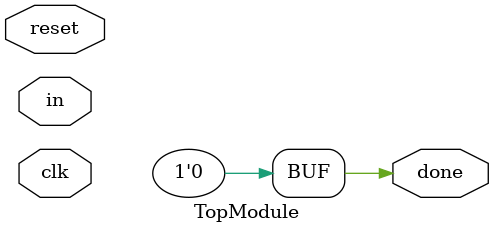
<source format=sv>

module TopModule (
  input clk,
  input in,
  input reset,
  output done
);
logic state;
logic bit_count;
logic stop_bit_expected;

always @(posedge clk) begin
  if (reset) begin
    state <= 0;
    bit_count <= 0;
    stop_bit_expected <= 0;
    done <= 0;
  end else begin
    case (state)
      0: begin // Idle state
        if (in == 0) begin
          state <= 1;
          stop_bit_expected <= 0;
        end
      end
      1: begin // Start bit received
        if (bit_count == 0) begin
          bit_count <= 1;
        end else if (bit_count == 8) begin
          state <= 2;
          stop_bit_expected <= 1;
        end else begin
          bit_count <= bit_count + 1;
        end
      end
      2: begin // Stop bit expected
        if (stop_bit_expected) begin
          if (in == 1) begin
            state <= 0;
            done <= 1;
            done <= 0;
          end else begin
            state <= 1;
            stop_bit_expected <= 0;
          end
        end else begin
          state <= 1;
          stop_bit_expected <= 0;
        end
      end
    endcase
  end
end

assign done = 0;
endmodule

</source>
